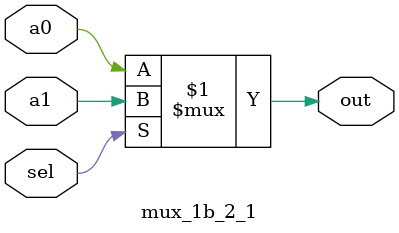
<source format=v>
`timescale 1ns / 1ps

module mux_1b_2_1 (input a0, input a1, input sel, output out);
    /*
      Input and output ports :
      a0 - first input (selected when sel = 0)
      a1 - second input (selected when sel = 1)
      sel - the select line
      out - the output depending on the select line
    */ 
    
    assign out = (sel) ? a1 : a0;

endmodule

</source>
